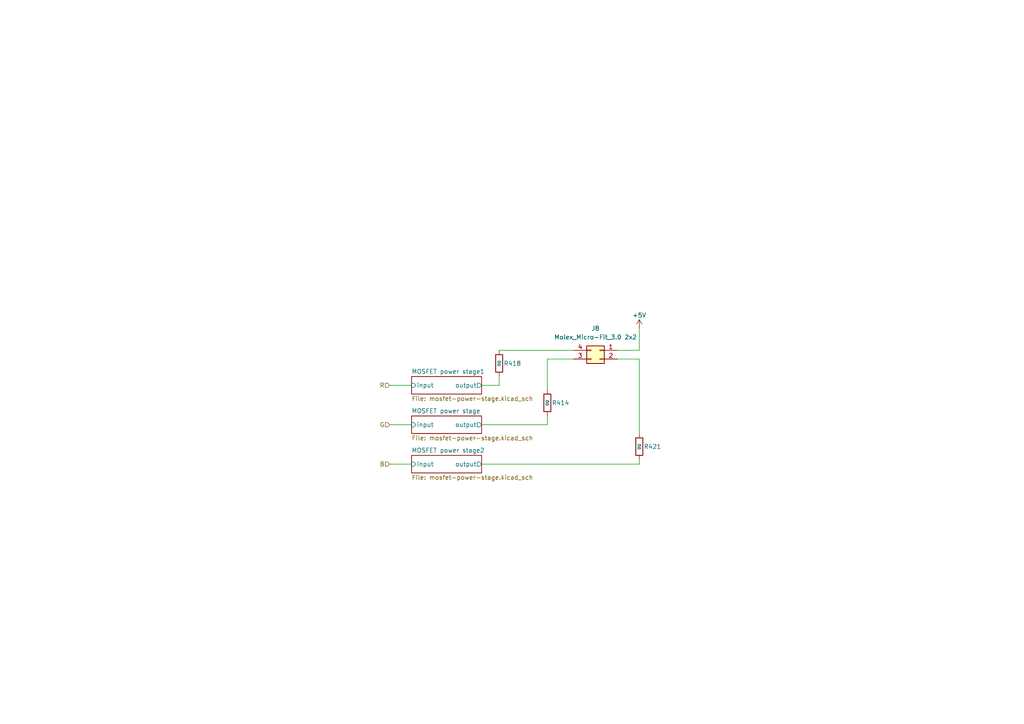
<source format=kicad_sch>
(kicad_sch (version 20250114) (generator "eeschema") (generator_version "9.0")
  (paper "A4")
  (title_block (title "ModuCard GPIO module") (date "2025-04-19") (rev "1.0.0") (company "KoNaR") (comment 1 "Base project authors: Dominik Pluta, Artem Horiunov") (comment 2 "Project author: Dominik Pluta"))
  (lib_symbols
    (symbol "Connector_Generic:Conn_02x02_Counter_Clockwise" (pin_names (offset 1.016) (hide yes))
      (property "Reference" "J" (at 1.27 2.54 0))
      (property "Value" "Conn_02x02_Counter_Clockwise" (at 1.27 -5.08 0))
      (symbol "Conn_02x02_Counter_Clockwise_1_1"
        (rectangle (start -1.27 1.27) (end 3.81 -3.81) (stroke (width 0.254)) (fill (type background)))
        (rectangle (start -1.27 0.127) (end 0 -0.127) (stroke (width 0.1524)))
        (rectangle (start -1.27 -2.413) (end 0 -2.667) (stroke (width 0.1524)))
        (rectangle (start 3.81 0.127) (end 2.54 -0.127) (stroke (width 0.1524)))
        (rectangle (start 3.81 -2.413) (end 2.54 -2.667) (stroke (width 0.1524)))
        (pin passive line (at -5.08 0 0) (length 3.81) (name "Pin_1") (number "1"))
        (pin passive line (at -5.08 -2.54 0) (length 3.81) (name "Pin_2") (number "2"))
        (pin passive line (at 7.62 0 180) (length 3.81) (name "Pin_4") (number "4"))
        (pin passive line (at 7.62 -2.54 180) (length 3.81) (name "Pin_3") (number "3"))
      )
    )
    (symbol "PCM_JLCPCB-Resistors:0402,0Ω" (pin_numbers (hide yes)) (pin_names (offset 0))
      (property "Reference" "R" (at 1.778 0 0))
      (property "Value" "0Ω" (at 0 0 90))
      (symbol "0402,0Ω_0_1"
        (rectangle (start -1.016 2.54) (end 1.016 -2.54) (stroke (width 0.254)))
      )
      (symbol "0402,0Ω_1_1"
        (pin passive line (at 0 3.81 270) (length 1.27) (name "~") (number "1"))
        (pin passive line (at 0 -3.81 90) (length 1.27) (name "~") (number "2"))
      )
    )
    (symbol "power:+5V" (power) (pin_numbers (hide yes)) (pin_names (offset 0) (hide yes))
      (property "Value" "+5V" (at 0 3.556 0))
      (symbol "+5V_0_1"
        (polyline (pts (xy -0.762 1.27) (xy 0 2.54)))
        (polyline (pts (xy 0 2.54) (xy 0.762 1.27)))
        (polyline (pts (xy 0 0) (xy 0 2.54)))
      )
      (symbol "+5V_1_1"
        (pin power_in line (at 0 0 90) (length 0) (name "~") (number "1"))
      )
    )
  )
  (wire (pts (xy 144.78 109.22) (xy 144.78 111.76)))
  (wire (pts (xy 185.42 95.25) (xy 185.42 101.6)))
  (wire (pts (xy 113.03 111.76) (xy 119.38 111.76)))
  (wire (pts (xy 166.37 104.14) (xy 158.75 104.14)))
  (wire (pts (xy 113.03 134.62) (xy 119.38 134.62)))
  (wire (pts (xy 185.42 134.62) (xy 139.7 134.62)))
  (wire (pts (xy 113.03 123.19) (xy 119.38 123.19)))
  (wire (pts (xy 144.78 101.6) (xy 166.37 101.6)))
  (wire (pts (xy 158.75 123.19) (xy 139.7 123.19)))
  (wire (pts (xy 185.42 133.35) (xy 185.42 134.62)))
  (wire (pts (xy 158.75 120.65) (xy 158.75 123.19)))
  (wire (pts (xy 185.42 101.6) (xy 179.07 101.6)))
  (wire (pts (xy 158.75 104.14) (xy 158.75 113.03)))
  (wire (pts (xy 185.42 104.14) (xy 185.42 125.73)))
  (wire (pts (xy 144.78 111.76) (xy 139.7 111.76)))
  (wire (pts (xy 179.07 104.14) (xy 185.42 104.14)))
  (hierarchical_label "B" (shape input) (at 113.03 134.62 180))
  (hierarchical_label "R" (shape input) (at 113.03 111.76 180))
  (hierarchical_label "G" (shape input) (at 113.03 123.19 180))
  (symbol (lib_id "PCM_JLCPCB-Resistors:0402,0Ω") (at 185.42 129.54 0) (unit 1)
    (property "Reference" "R421" (at 186.69 129.54 0) (effects (justify left)))
    (property "Value" "0Ω" (at 185.42 129.54 90) (effects (font (size 0.8 0.8))))
    (property "Footprint" "PCM_JLCPCB:R_0402" (effects (hide yes)))
    (property "Datasheet" "https://www.lcsc.com/datasheet/lcsc_datasheet_2206010216_UNI-ROYAL-Uniroyal-Elec-0402WGF0000TCE_C17168.pdf" (effects (hide yes)))
    (property "Description" "62.5mW Thick Film Resistors 50V ±800ppm/°C ±1% 0Ω 0402 Chip Resistor - Surface Mount ROHS" (effects (hide yes)))
    (property "LCSC" "C17168" (effects (hide yes)))
    (property "Stock" "5775513" (effects (hide yes)))
    (property "Price" "0.004USD" (effects (hide yes)))
    (property "Process" "SMT" (effects (hide yes)))
    (property "Minimum Qty" "20" (effects (hide yes)))
    (property "Attrition Qty" "10" (effects (hide yes)))
    (property "Class" "Basic Component" (effects (hide yes)))
    (property "Category" "Resistors,Chip Resistor - Surface Mount" (effects (hide yes)))
    (property "Manufacturer" "UNI-ROYAL(Uniroyal Elec)" (effects (hide yes)))
    (property "Part" "0402WGF0000TCE" (effects (hide yes)))
    (property "Resistance" "0Ω" (effects (hide yes)))
    (property "Power(Watts)" "62.5mW" (effects (hide yes)))
    (property "Type" "Thick Film Resistors" (effects (hide yes)))
    (property "Overload Voltage (Max)" "50V" (effects (hide yes)))
    (property "Operating Temperature Range" "-55°C~+155°C" (effects (hide yes)))
    (property "Tolerance" "±1%" (effects (hide yes)))
    (property "Temperature Coefficient" "±800ppm/°C" (effects (hide yes)))
  )
  (symbol (lib_id "Connector_Generic:Conn_02x02_Counter_Clockwise") (at 173.99 101.6 0) (mirror y) (unit 1)
    (property "Reference" "J8" (at 172.72 95.25 0))
    (property "Value" "Molex_Micro-Fit_3.0 2x2" (at 172.72 97.79 0))
    (property "Footprint" "Molex_Micro-Fit_3.0_43045-0400_2x02_P3.00mm_Horizontal" (effects (hide yes)))
    (property "Description" "Generic connector, double row, 02x02, counter clockwise pin numbering scheme (similar to DIP package numbering), script generated (kicad-library-utils/schlib/autogen/connector/)" (effects (hide yes)))
    (property "MPN" "43045-0400" (effects (hide yes)))
  )
  (symbol (lib_id "power:+5V") (at 185.42 95.25 0) (unit 1)
    (property "Reference" "#PWR0475" (effects (hide yes)))
    (property "Value" "+5V" (at 185.42 91.44 0))
    (property "Description" "Power symbol creates a global label with name \"+5V\"" (effects (hide yes)))
  )
  (symbol (lib_id "PCM_JLCPCB-Resistors:0402,0Ω") (at 144.78 105.41 0) (unit 1)
    (property "Reference" "R418" (at 146.05 105.41 0) (effects (justify left)))
    (property "Value" "0Ω" (at 144.78 105.41 90) (effects (font (size 0.8 0.8))))
    (property "Footprint" "PCM_JLCPCB:R_0402" (effects (hide yes)))
    (property "Datasheet" "https://www.lcsc.com/datasheet/lcsc_datasheet_2206010216_UNI-ROYAL-Uniroyal-Elec-0402WGF0000TCE_C17168.pdf" (effects (hide yes)))
    (property "Description" "62.5mW Thick Film Resistors 50V ±800ppm/°C ±1% 0Ω 0402 Chip Resistor - Surface Mount ROHS" (effects (hide yes)))
    (property "LCSC" "C17168" (effects (hide yes)))
    (property "Stock" "5775513" (effects (hide yes)))
    (property "Price" "0.004USD" (effects (hide yes)))
    (property "Process" "SMT" (effects (hide yes)))
    (property "Minimum Qty" "20" (effects (hide yes)))
    (property "Attrition Qty" "10" (effects (hide yes)))
    (property "Class" "Basic Component" (effects (hide yes)))
    (property "Category" "Resistors,Chip Resistor - Surface Mount" (effects (hide yes)))
    (property "Manufacturer" "UNI-ROYAL(Uniroyal Elec)" (effects (hide yes)))
    (property "Part" "0402WGF0000TCE" (effects (hide yes)))
    (property "Resistance" "0Ω" (effects (hide yes)))
    (property "Power(Watts)" "62.5mW" (effects (hide yes)))
    (property "Type" "Thick Film Resistors" (effects (hide yes)))
    (property "Overload Voltage (Max)" "50V" (effects (hide yes)))
    (property "Operating Temperature Range" "-55°C~+155°C" (effects (hide yes)))
    (property "Tolerance" "±1%" (effects (hide yes)))
    (property "Temperature Coefficient" "±800ppm/°C" (effects (hide yes)))
  )
  (symbol (lib_id "PCM_JLCPCB-Resistors:0402,0Ω") (at 158.75 116.84 0) (unit 1)
    (property "Reference" "R414" (at 160.02 116.84 0) (effects (justify left)))
    (property "Value" "0Ω" (at 158.75 116.84 90) (effects (font (size 0.8 0.8))))
    (property "Footprint" "PCM_JLCPCB:R_0402" (effects (hide yes)))
    (property "Datasheet" "https://www.lcsc.com/datasheet/lcsc_datasheet_2206010216_UNI-ROYAL-Uniroyal-Elec-0402WGF0000TCE_C17168.pdf" (effects (hide yes)))
    (property "Description" "62.5mW Thick Film Resistors 50V ±800ppm/°C ±1% 0Ω 0402 Chip Resistor - Surface Mount ROHS" (effects (hide yes)))
    (property "LCSC" "C17168" (effects (hide yes)))
    (property "Stock" "5775513" (effects (hide yes)))
    (property "Price" "0.004USD" (effects (hide yes)))
    (property "Process" "SMT" (effects (hide yes)))
    (property "Minimum Qty" "20" (effects (hide yes)))
    (property "Attrition Qty" "10" (effects (hide yes)))
    (property "Class" "Basic Component" (effects (hide yes)))
    (property "Category" "Resistors,Chip Resistor - Surface Mount" (effects (hide yes)))
    (property "Manufacturer" "UNI-ROYAL(Uniroyal Elec)" (effects (hide yes)))
    (property "Part" "0402WGF0000TCE" (effects (hide yes)))
    (property "Resistance" "0Ω" (effects (hide yes)))
    (property "Power(Watts)" "62.5mW" (effects (hide yes)))
    (property "Type" "Thick Film Resistors" (effects (hide yes)))
    (property "Overload Voltage (Max)" "50V" (effects (hide yes)))
    (property "Operating Temperature Range" "-55°C~+155°C" (effects (hide yes)))
    (property "Tolerance" "±1%" (effects (hide yes)))
    (property "Temperature Coefficient" "±800ppm/°C" (effects (hide yes)))
  )
  (sheet (at 119.38 132.08) (size 20.32 5.08) (stroke (width 0.1524))
    (property "Sheetname" "MOSFET power stage2" (at 119.38 131.3684 0) (effects (justify left bottom)))
    (property "Sheetfile" "mosfet-power-stage.kicad_sch" (at 119.38 137.7446 0) (effects (justify left top)))
    (pin "input" input (at 119.38 134.62 180))
    (pin "output" output (at 139.7 134.62 0))
  )
  (sheet (at 119.38 109.22) (size 20.32 5.08) (stroke (width 0.1524))
    (property "Sheetname" "MOSFET power stage1" (at 119.38 108.5084 0) (effects (justify left bottom)))
    (property "Sheetfile" "mosfet-power-stage.kicad_sch" (at 119.38 114.8846 0) (effects (justify left top)))
    (pin "input" input (at 119.38 111.76 180))
    (pin "output" output (at 139.7 111.76 0))
  )
  (sheet (at 119.38 120.65) (size 20.32 5.08) (stroke (width 0.1524))
    (property "Sheetname" "MOSFET power stage" (at 119.38 119.9384 0) (effects (justify left bottom)))
    (property "Sheetfile" "mosfet-power-stage.kicad_sch" (at 119.38 126.3146 0) (effects (justify left top)))
    (pin "input" input (at 119.38 123.19 180))
    (pin "output" output (at 139.7 123.19 0))
  )
)
</source>
